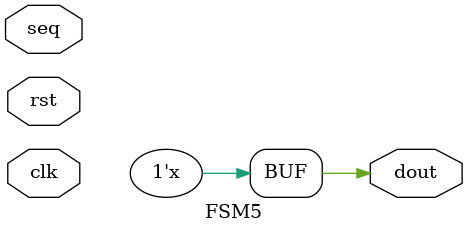
<source format=v>
`timescale 1ns / 1ps

//20L118 HARIHARAN R R
module FSM5(seq,clk,rst,dout);
input clk,rst,seq;
output reg dout;
parameter s0=2'b00;
parameter s1=2'b01;
parameter s2=2'b10;
parameter s3=2'b10;
reg[2:0]current,next;
always @(posedge clk,posedge rst)
begin
if(rst)
current=2'b00;
else
current=next;
end
always @(current,seq)
begin
case(current)
s0:begin
if(seq==2'b00)
next=s0;
else if(seq==2'b01)
next=s1;
else if(seq==2'b10)
next=s2;
else
next=s3;
end
s1:begin
if(seq==2'b00)
next=s0;
else if(seq==2'b01)
next=s1;
else if(seq==2'b10)
next=s2;
else
next=s3;
end
s2:begin
if(seq==2'b00)
next=s0;
else if(seq==2'b01)
next=s1;
else if(seq==2'b10)
next=s2;
else
next=s3;
end
s3:begin
if(seq==2'b00)
next=s2;
else if(seq==2'b01)
next=s1;
else if(seq==2'b10)
next=s0;
else
next=s3;
dout=1'b1;
end
default:next=s0;
endcase
end
always @(current)
begin 
 case(current) 
 s0:   dout = 0;
 s1:   dout = 1;
 s2:  dout = 0;
  s3:  dout = 0;
 default:  dout = 0;
 endcase
end 
endmodule

</source>
